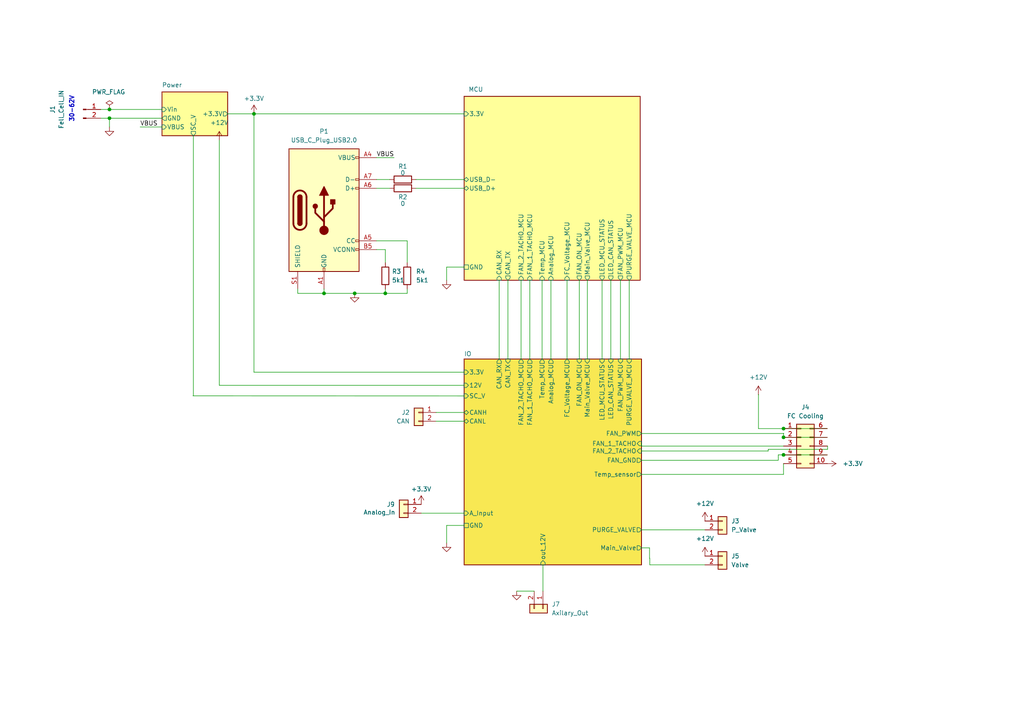
<source format=kicad_sch>
(kicad_sch (version 20230121) (generator eeschema)

  (uuid c9ad7189-d3b2-414a-9743-efd8e57cd755)

  (paper "A4")

  (title_block
    (title "Fuel Cell Control Unit  (FCCU)")
    (date "2024-01-24")
    (rev "1")
    (company "Hydrogreen Pollub")
  )

  (lib_symbols
    (symbol "Connector:Conn_01x02_Pin" (pin_names (offset 1.016) hide) (in_bom yes) (on_board yes)
      (property "Reference" "J" (at 0 2.54 0)
        (effects (font (size 1.27 1.27)))
      )
      (property "Value" "Conn_01x02_Pin" (at 0 -5.08 0)
        (effects (font (size 1.27 1.27)))
      )
      (property "Footprint" "" (at 0 0 0)
        (effects (font (size 1.27 1.27)) hide)
      )
      (property "Datasheet" "~" (at 0 0 0)
        (effects (font (size 1.27 1.27)) hide)
      )
      (property "ki_locked" "" (at 0 0 0)
        (effects (font (size 1.27 1.27)))
      )
      (property "ki_keywords" "connector" (at 0 0 0)
        (effects (font (size 1.27 1.27)) hide)
      )
      (property "ki_description" "Generic connector, single row, 01x02, script generated" (at 0 0 0)
        (effects (font (size 1.27 1.27)) hide)
      )
      (property "ki_fp_filters" "Connector*:*_1x??_*" (at 0 0 0)
        (effects (font (size 1.27 1.27)) hide)
      )
      (symbol "Conn_01x02_Pin_1_1"
        (polyline
          (pts
            (xy 1.27 -2.54)
            (xy 0.8636 -2.54)
          )
          (stroke (width 0.1524) (type default))
          (fill (type none))
        )
        (polyline
          (pts
            (xy 1.27 0)
            (xy 0.8636 0)
          )
          (stroke (width 0.1524) (type default))
          (fill (type none))
        )
        (rectangle (start 0.8636 -2.413) (end 0 -2.667)
          (stroke (width 0.1524) (type default))
          (fill (type outline))
        )
        (rectangle (start 0.8636 0.127) (end 0 -0.127)
          (stroke (width 0.1524) (type default))
          (fill (type outline))
        )
        (pin passive line (at 5.08 0 180) (length 3.81)
          (name "Pin_1" (effects (font (size 1.27 1.27))))
          (number "1" (effects (font (size 1.27 1.27))))
        )
        (pin passive line (at 5.08 -2.54 180) (length 3.81)
          (name "Pin_2" (effects (font (size 1.27 1.27))))
          (number "2" (effects (font (size 1.27 1.27))))
        )
      )
    )
    (symbol "Connector:USB_C_Plug_USB2.0" (pin_names (offset 1.016)) (in_bom yes) (on_board yes)
      (property "Reference" "P2" (at 0 22.86 0)
        (effects (font (size 1.27 1.27)))
      )
      (property "Value" "USB_C_Plug_USB2.0" (at 0 20.32 0)
        (effects (font (size 1.27 1.27)))
      )
      (property "Footprint" "" (at 3.81 0 0)
        (effects (font (size 1.27 1.27)) hide)
      )
      (property "Datasheet" "https://www.usb.org/sites/default/files/documents/usb_type-c.zip" (at 3.81 0 0)
        (effects (font (size 1.27 1.27)) hide)
      )
      (property "ki_keywords" "usb universal serial bus type-C USB2.0" (at 0 0 0)
        (effects (font (size 1.27 1.27)) hide)
      )
      (property "ki_description" "USB 2.0-only Type-C Plug connector" (at 0 0 0)
        (effects (font (size 1.27 1.27)) hide)
      )
      (property "ki_fp_filters" "USB*C*Plug*" (at 0 0 0)
        (effects (font (size 1.27 1.27)) hide)
      )
      (symbol "USB_C_Plug_USB2.0_0_0"
        (rectangle (start -0.254 -17.78) (end 0.254 -16.764)
          (stroke (width 0) (type default))
          (fill (type none))
        )
        (rectangle (start 10.16 -11.176) (end 9.144 -11.684)
          (stroke (width 0) (type default))
          (fill (type none))
        )
        (rectangle (start 10.16 -8.636) (end 9.144 -9.144)
          (stroke (width 0) (type default))
          (fill (type none))
        )
        (rectangle (start 10.16 6.604) (end 9.144 6.096)
          (stroke (width 0) (type default))
          (fill (type none))
        )
        (rectangle (start 10.16 9.144) (end 9.144 8.636)
          (stroke (width 0) (type default))
          (fill (type none))
        )
        (rectangle (start 10.16 15.494) (end 9.144 14.986)
          (stroke (width 0) (type default))
          (fill (type none))
        )
      )
      (symbol "USB_C_Plug_USB2.0_0_1"
        (rectangle (start -10.16 17.78) (end 10.16 -17.78)
          (stroke (width 0.254) (type default))
          (fill (type background))
        )
        (arc (start -8.89 -3.81) (mid -6.985 -5.7067) (end -5.08 -3.81)
          (stroke (width 0.508) (type default))
          (fill (type none))
        )
        (arc (start -7.62 -3.81) (mid -6.985 -4.4423) (end -6.35 -3.81)
          (stroke (width 0.254) (type default))
          (fill (type none))
        )
        (arc (start -7.62 -3.81) (mid -6.985 -4.4423) (end -6.35 -3.81)
          (stroke (width 0.254) (type default))
          (fill (type outline))
        )
        (rectangle (start -7.62 -3.81) (end -6.35 3.81)
          (stroke (width 0.254) (type default))
          (fill (type outline))
        )
        (arc (start -6.35 3.81) (mid -6.985 4.4423) (end -7.62 3.81)
          (stroke (width 0.254) (type default))
          (fill (type none))
        )
        (arc (start -6.35 3.81) (mid -6.985 4.4423) (end -7.62 3.81)
          (stroke (width 0.254) (type default))
          (fill (type outline))
        )
        (arc (start -5.08 3.81) (mid -6.985 5.7067) (end -8.89 3.81)
          (stroke (width 0.508) (type default))
          (fill (type none))
        )
        (circle (center -2.54 1.143) (radius 0.635)
          (stroke (width 0.254) (type default))
          (fill (type outline))
        )
        (circle (center 0 -5.842) (radius 1.27)
          (stroke (width 0) (type default))
          (fill (type outline))
        )
        (polyline
          (pts
            (xy -8.89 -3.81)
            (xy -8.89 3.81)
          )
          (stroke (width 0.508) (type default))
          (fill (type none))
        )
        (polyline
          (pts
            (xy -5.08 3.81)
            (xy -5.08 -3.81)
          )
          (stroke (width 0.508) (type default))
          (fill (type none))
        )
        (polyline
          (pts
            (xy 0 -5.842)
            (xy 0 4.318)
          )
          (stroke (width 0.508) (type default))
          (fill (type none))
        )
        (polyline
          (pts
            (xy 0 -3.302)
            (xy -2.54 -0.762)
            (xy -2.54 0.508)
          )
          (stroke (width 0.508) (type default))
          (fill (type none))
        )
        (polyline
          (pts
            (xy 0 -2.032)
            (xy 2.54 0.508)
            (xy 2.54 1.778)
          )
          (stroke (width 0.508) (type default))
          (fill (type none))
        )
        (polyline
          (pts
            (xy -1.27 4.318)
            (xy 0 6.858)
            (xy 1.27 4.318)
            (xy -1.27 4.318)
          )
          (stroke (width 0.254) (type default))
          (fill (type outline))
        )
        (rectangle (start 1.905 1.778) (end 3.175 3.048)
          (stroke (width 0.254) (type default))
          (fill (type outline))
        )
      )
      (symbol "USB_C_Plug_USB2.0_1_1"
        (pin passive line (at 0 -22.86 90) (length 5.08)
          (name "GND" (effects (font (size 1.27 1.27))))
          (number "A1" (effects (font (size 1.27 1.27))))
        )
        (pin passive line (at 0 -22.86 90) (length 5.08) hide
          (name "GND" (effects (font (size 1.27 1.27))))
          (number "A12" (effects (font (size 1.27 1.27))))
        )
        (pin passive line (at 15.24 15.24 180) (length 5.08)
          (name "VBUS" (effects (font (size 1.27 1.27))))
          (number "A4" (effects (font (size 1.27 1.27))))
        )
        (pin bidirectional line (at 15.24 -8.89 180) (length 5.08)
          (name "CC" (effects (font (size 1.27 1.27))))
          (number "A5" (effects (font (size 1.27 1.27))))
        )
        (pin bidirectional line (at 15.24 6.35 180) (length 5.08)
          (name "D+" (effects (font (size 1.27 1.27))))
          (number "A6" (effects (font (size 1.27 1.27))))
        )
        (pin bidirectional line (at 15.24 8.89 180) (length 5.08)
          (name "D-" (effects (font (size 1.27 1.27))))
          (number "A7" (effects (font (size 1.27 1.27))))
        )
        (pin passive line (at 15.24 15.24 180) (length 5.08) hide
          (name "VBUS" (effects (font (size 1.27 1.27))))
          (number "A9" (effects (font (size 1.27 1.27))))
        )
        (pin passive line (at 0 -22.86 90) (length 5.08) hide
          (name "GND" (effects (font (size 1.27 1.27))))
          (number "B1" (effects (font (size 1.27 1.27))))
        )
        (pin passive line (at 0 -22.86 90) (length 5.08) hide
          (name "GND" (effects (font (size 1.27 1.27))))
          (number "B12" (effects (font (size 1.27 1.27))))
        )
        (pin passive line (at 15.24 15.24 180) (length 5.08) hide
          (name "VBUS" (effects (font (size 1.27 1.27))))
          (number "B4" (effects (font (size 1.27 1.27))))
        )
        (pin bidirectional line (at 15.24 -11.43 180) (length 5.08)
          (name "VCONN" (effects (font (size 1.27 1.27))))
          (number "B5" (effects (font (size 1.27 1.27))))
        )
        (pin passive line (at 15.24 15.24 180) (length 5.08) hide
          (name "VBUS" (effects (font (size 1.27 1.27))))
          (number "B9" (effects (font (size 1.27 1.27))))
        )
        (pin passive line (at -7.62 -22.86 90) (length 5.08)
          (name "SHIELD" (effects (font (size 1.27 1.27))))
          (number "S1" (effects (font (size 1.27 1.27))))
        )
      )
    )
    (symbol "Connector_Generic:Conn_01x02" (pin_names (offset 1.016) hide) (in_bom yes) (on_board yes)
      (property "Reference" "J" (at 0 2.54 0)
        (effects (font (size 1.27 1.27)))
      )
      (property "Value" "Conn_01x02" (at 0 -5.08 0)
        (effects (font (size 1.27 1.27)))
      )
      (property "Footprint" "" (at 0 0 0)
        (effects (font (size 1.27 1.27)) hide)
      )
      (property "Datasheet" "~" (at 0 0 0)
        (effects (font (size 1.27 1.27)) hide)
      )
      (property "ki_keywords" "connector" (at 0 0 0)
        (effects (font (size 1.27 1.27)) hide)
      )
      (property "ki_description" "Generic connector, single row, 01x02, script generated (kicad-library-utils/schlib/autogen/connector/)" (at 0 0 0)
        (effects (font (size 1.27 1.27)) hide)
      )
      (property "ki_fp_filters" "Connector*:*_1x??_*" (at 0 0 0)
        (effects (font (size 1.27 1.27)) hide)
      )
      (symbol "Conn_01x02_1_1"
        (rectangle (start -1.27 -2.413) (end 0 -2.667)
          (stroke (width 0.1524) (type default))
          (fill (type none))
        )
        (rectangle (start -1.27 0.127) (end 0 -0.127)
          (stroke (width 0.1524) (type default))
          (fill (type none))
        )
        (rectangle (start -1.27 1.27) (end 1.27 -3.81)
          (stroke (width 0.254) (type default))
          (fill (type background))
        )
        (pin passive line (at -5.08 0 0) (length 3.81)
          (name "Pin_1" (effects (font (size 1.27 1.27))))
          (number "1" (effects (font (size 1.27 1.27))))
        )
        (pin passive line (at -5.08 -2.54 0) (length 3.81)
          (name "Pin_2" (effects (font (size 1.27 1.27))))
          (number "2" (effects (font (size 1.27 1.27))))
        )
      )
    )
    (symbol "Connector_Generic:Conn_02x05_Top_Bottom" (pin_names (offset 1.016) hide) (in_bom yes) (on_board yes)
      (property "Reference" "J" (at 1.27 7.62 0)
        (effects (font (size 1.27 1.27)))
      )
      (property "Value" "Conn_02x05_Top_Bottom" (at 1.27 -7.62 0)
        (effects (font (size 1.27 1.27)))
      )
      (property "Footprint" "" (at 0 0 0)
        (effects (font (size 1.27 1.27)) hide)
      )
      (property "Datasheet" "~" (at 0 0 0)
        (effects (font (size 1.27 1.27)) hide)
      )
      (property "ki_keywords" "connector" (at 0 0 0)
        (effects (font (size 1.27 1.27)) hide)
      )
      (property "ki_description" "Generic connector, double row, 02x05, top/bottom pin numbering scheme (row 1: 1...pins_per_row, row2: pins_per_row+1 ... num_pins), script generated (kicad-library-utils/schlib/autogen/connector/)" (at 0 0 0)
        (effects (font (size 1.27 1.27)) hide)
      )
      (property "ki_fp_filters" "Connector*:*_2x??_*" (at 0 0 0)
        (effects (font (size 1.27 1.27)) hide)
      )
      (symbol "Conn_02x05_Top_Bottom_1_1"
        (rectangle (start -1.27 -4.953) (end 0 -5.207)
          (stroke (width 0.1524) (type default))
          (fill (type none))
        )
        (rectangle (start -1.27 -2.413) (end 0 -2.667)
          (stroke (width 0.1524) (type default))
          (fill (type none))
        )
        (rectangle (start -1.27 0.127) (end 0 -0.127)
          (stroke (width 0.1524) (type default))
          (fill (type none))
        )
        (rectangle (start -1.27 2.667) (end 0 2.413)
          (stroke (width 0.1524) (type default))
          (fill (type none))
        )
        (rectangle (start -1.27 5.207) (end 0 4.953)
          (stroke (width 0.1524) (type default))
          (fill (type none))
        )
        (rectangle (start -1.27 6.35) (end 3.81 -6.35)
          (stroke (width 0.254) (type default))
          (fill (type background))
        )
        (rectangle (start 3.81 -4.953) (end 2.54 -5.207)
          (stroke (width 0.1524) (type default))
          (fill (type none))
        )
        (rectangle (start 3.81 -2.413) (end 2.54 -2.667)
          (stroke (width 0.1524) (type default))
          (fill (type none))
        )
        (rectangle (start 3.81 0.127) (end 2.54 -0.127)
          (stroke (width 0.1524) (type default))
          (fill (type none))
        )
        (rectangle (start 3.81 2.667) (end 2.54 2.413)
          (stroke (width 0.1524) (type default))
          (fill (type none))
        )
        (rectangle (start 3.81 5.207) (end 2.54 4.953)
          (stroke (width 0.1524) (type default))
          (fill (type none))
        )
        (pin passive line (at -5.08 5.08 0) (length 3.81)
          (name "Pin_1" (effects (font (size 1.27 1.27))))
          (number "1" (effects (font (size 1.27 1.27))))
        )
        (pin passive line (at 7.62 -5.08 180) (length 3.81)
          (name "Pin_10" (effects (font (size 1.27 1.27))))
          (number "10" (effects (font (size 1.27 1.27))))
        )
        (pin passive line (at -5.08 2.54 0) (length 3.81)
          (name "Pin_2" (effects (font (size 1.27 1.27))))
          (number "2" (effects (font (size 1.27 1.27))))
        )
        (pin passive line (at -5.08 0 0) (length 3.81)
          (name "Pin_3" (effects (font (size 1.27 1.27))))
          (number "3" (effects (font (size 1.27 1.27))))
        )
        (pin passive line (at -5.08 -2.54 0) (length 3.81)
          (name "Pin_4" (effects (font (size 1.27 1.27))))
          (number "4" (effects (font (size 1.27 1.27))))
        )
        (pin passive line (at -5.08 -5.08 0) (length 3.81)
          (name "Pin_5" (effects (font (size 1.27 1.27))))
          (number "5" (effects (font (size 1.27 1.27))))
        )
        (pin passive line (at 7.62 5.08 180) (length 3.81)
          (name "Pin_6" (effects (font (size 1.27 1.27))))
          (number "6" (effects (font (size 1.27 1.27))))
        )
        (pin passive line (at 7.62 2.54 180) (length 3.81)
          (name "Pin_7" (effects (font (size 1.27 1.27))))
          (number "7" (effects (font (size 1.27 1.27))))
        )
        (pin passive line (at 7.62 0 180) (length 3.81)
          (name "Pin_8" (effects (font (size 1.27 1.27))))
          (number "8" (effects (font (size 1.27 1.27))))
        )
        (pin passive line (at 7.62 -2.54 180) (length 3.81)
          (name "Pin_9" (effects (font (size 1.27 1.27))))
          (number "9" (effects (font (size 1.27 1.27))))
        )
      )
    )
    (symbol "Device:R" (pin_numbers hide) (pin_names (offset 0)) (in_bom yes) (on_board yes)
      (property "Reference" "R" (at 2.032 0 90)
        (effects (font (size 1.27 1.27)))
      )
      (property "Value" "R" (at 0 0 90)
        (effects (font (size 1.27 1.27)))
      )
      (property "Footprint" "" (at -1.778 0 90)
        (effects (font (size 1.27 1.27)) hide)
      )
      (property "Datasheet" "~" (at 0 0 0)
        (effects (font (size 1.27 1.27)) hide)
      )
      (property "ki_keywords" "R res resistor" (at 0 0 0)
        (effects (font (size 1.27 1.27)) hide)
      )
      (property "ki_description" "Resistor" (at 0 0 0)
        (effects (font (size 1.27 1.27)) hide)
      )
      (property "ki_fp_filters" "R_*" (at 0 0 0)
        (effects (font (size 1.27 1.27)) hide)
      )
      (symbol "R_0_1"
        (rectangle (start -1.016 -2.54) (end 1.016 2.54)
          (stroke (width 0.254) (type default))
          (fill (type none))
        )
      )
      (symbol "R_1_1"
        (pin passive line (at 0 3.81 270) (length 1.27)
          (name "~" (effects (font (size 1.27 1.27))))
          (number "1" (effects (font (size 1.27 1.27))))
        )
        (pin passive line (at 0 -3.81 90) (length 1.27)
          (name "~" (effects (font (size 1.27 1.27))))
          (number "2" (effects (font (size 1.27 1.27))))
        )
      )
    )
    (symbol "power:+12V" (power) (pin_names (offset 0)) (in_bom yes) (on_board yes)
      (property "Reference" "#PWR" (at 0 -3.81 0)
        (effects (font (size 1.27 1.27)) hide)
      )
      (property "Value" "+12V" (at 0 3.556 0)
        (effects (font (size 1.27 1.27)))
      )
      (property "Footprint" "" (at 0 0 0)
        (effects (font (size 1.27 1.27)) hide)
      )
      (property "Datasheet" "" (at 0 0 0)
        (effects (font (size 1.27 1.27)) hide)
      )
      (property "ki_keywords" "global power" (at 0 0 0)
        (effects (font (size 1.27 1.27)) hide)
      )
      (property "ki_description" "Power symbol creates a global label with name \"+12V\"" (at 0 0 0)
        (effects (font (size 1.27 1.27)) hide)
      )
      (symbol "+12V_0_1"
        (polyline
          (pts
            (xy -0.762 1.27)
            (xy 0 2.54)
          )
          (stroke (width 0) (type default))
          (fill (type none))
        )
        (polyline
          (pts
            (xy 0 0)
            (xy 0 2.54)
          )
          (stroke (width 0) (type default))
          (fill (type none))
        )
        (polyline
          (pts
            (xy 0 2.54)
            (xy 0.762 1.27)
          )
          (stroke (width 0) (type default))
          (fill (type none))
        )
      )
      (symbol "+12V_1_1"
        (pin power_in line (at 0 0 90) (length 0) hide
          (name "+12V" (effects (font (size 1.27 1.27))))
          (number "1" (effects (font (size 1.27 1.27))))
        )
      )
    )
    (symbol "power:+3.3V" (power) (pin_names (offset 0)) (in_bom yes) (on_board yes)
      (property "Reference" "#PWR" (at 0 -3.81 0)
        (effects (font (size 1.27 1.27)) hide)
      )
      (property "Value" "+3.3V" (at 0 3.556 0)
        (effects (font (size 1.27 1.27)))
      )
      (property "Footprint" "" (at 0 0 0)
        (effects (font (size 1.27 1.27)) hide)
      )
      (property "Datasheet" "" (at 0 0 0)
        (effects (font (size 1.27 1.27)) hide)
      )
      (property "ki_keywords" "global power" (at 0 0 0)
        (effects (font (size 1.27 1.27)) hide)
      )
      (property "ki_description" "Power symbol creates a global label with name \"+3.3V\"" (at 0 0 0)
        (effects (font (size 1.27 1.27)) hide)
      )
      (symbol "+3.3V_0_1"
        (polyline
          (pts
            (xy -0.762 1.27)
            (xy 0 2.54)
          )
          (stroke (width 0) (type default))
          (fill (type none))
        )
        (polyline
          (pts
            (xy 0 0)
            (xy 0 2.54)
          )
          (stroke (width 0) (type default))
          (fill (type none))
        )
        (polyline
          (pts
            (xy 0 2.54)
            (xy 0.762 1.27)
          )
          (stroke (width 0) (type default))
          (fill (type none))
        )
      )
      (symbol "+3.3V_1_1"
        (pin power_in line (at 0 0 90) (length 0) hide
          (name "+3.3V" (effects (font (size 1.27 1.27))))
          (number "1" (effects (font (size 1.27 1.27))))
        )
      )
    )
    (symbol "power:GND" (power) (pin_names (offset 0)) (in_bom yes) (on_board yes)
      (property "Reference" "#PWR" (at 0 -6.35 0)
        (effects (font (size 1.27 1.27)) hide)
      )
      (property "Value" "GND" (at 0 -3.81 0)
        (effects (font (size 1.27 1.27)))
      )
      (property "Footprint" "" (at 0 0 0)
        (effects (font (size 1.27 1.27)) hide)
      )
      (property "Datasheet" "" (at 0 0 0)
        (effects (font (size 1.27 1.27)) hide)
      )
      (property "ki_keywords" "global power" (at 0 0 0)
        (effects (font (size 1.27 1.27)) hide)
      )
      (property "ki_description" "Power symbol creates a global label with name \"GND\" , ground" (at 0 0 0)
        (effects (font (size 1.27 1.27)) hide)
      )
      (symbol "GND_0_1"
        (polyline
          (pts
            (xy 0 0)
            (xy 0 -1.27)
            (xy 1.27 -1.27)
            (xy 0 -2.54)
            (xy -1.27 -1.27)
            (xy 0 -1.27)
          )
          (stroke (width 0) (type default))
          (fill (type none))
        )
      )
      (symbol "GND_1_1"
        (pin power_in line (at 0 0 270) (length 0) hide
          (name "GND" (effects (font (size 1.27 1.27))))
          (number "1" (effects (font (size 1.27 1.27))))
        )
      )
    )
    (symbol "power:PWR_FLAG" (power) (pin_numbers hide) (pin_names (offset 0) hide) (in_bom yes) (on_board yes)
      (property "Reference" "#FLG" (at 0 1.905 0)
        (effects (font (size 1.27 1.27)) hide)
      )
      (property "Value" "PWR_FLAG" (at 0 3.81 0)
        (effects (font (size 1.27 1.27)))
      )
      (property "Footprint" "" (at 0 0 0)
        (effects (font (size 1.27 1.27)) hide)
      )
      (property "Datasheet" "~" (at 0 0 0)
        (effects (font (size 1.27 1.27)) hide)
      )
      (property "ki_keywords" "flag power" (at 0 0 0)
        (effects (font (size 1.27 1.27)) hide)
      )
      (property "ki_description" "Special symbol for telling ERC where power comes from" (at 0 0 0)
        (effects (font (size 1.27 1.27)) hide)
      )
      (symbol "PWR_FLAG_0_0"
        (pin power_out line (at 0 0 90) (length 0)
          (name "pwr" (effects (font (size 1.27 1.27))))
          (number "1" (effects (font (size 1.27 1.27))))
        )
      )
      (symbol "PWR_FLAG_0_1"
        (polyline
          (pts
            (xy 0 0)
            (xy 0 1.27)
            (xy -1.016 1.905)
            (xy 0 2.54)
            (xy 1.016 1.905)
            (xy 0 1.27)
          )
          (stroke (width 0) (type default))
          (fill (type none))
        )
      )
    )
  )

  (junction (at 227.2538 126.8476) (diameter 0) (color 0 0 0 0)
    (uuid 1d644e1a-ac78-4d0b-ae34-36ed60e27641)
  )
  (junction (at 31.75 34.29) (diameter 0) (color 0 0 0 0)
    (uuid 1fe2e4c0-8ac2-4653-9067-dfaa10daaa07)
  )
  (junction (at 102.87 85.09) (diameter 0) (color 0 0 0 0)
    (uuid 2318c85a-4716-451a-897b-48d89006014c)
  )
  (junction (at 227.2538 124.3076) (diameter 0) (color 0 0 0 0)
    (uuid 58208a9c-b27a-4ff7-b894-aa04ab998787)
  )
  (junction (at 227.2538 131.9276) (diameter 0) (color 0 0 0 0)
    (uuid 777b6135-19c3-4595-b4f7-58165b79a60b)
  )
  (junction (at 93.98 85.09) (diameter 0) (color 0 0 0 0)
    (uuid 9bc4e184-de5d-4273-9eda-1f8d1021f5b1)
  )
  (junction (at 31.75 31.75) (diameter 0) (color 0 0 0 0)
    (uuid af89a8a5-b500-4a9f-82b3-c3687690212b)
  )
  (junction (at 73.66 33.02) (diameter 0) (color 0 0 0 0)
    (uuid c0cfeab6-deba-4a8b-84bd-49c5c34ddd13)
  )
  (junction (at 111.76 85.09) (diameter 0) (color 0 0 0 0)
    (uuid d9f64f6c-4daf-4316-a1de-9145aae13123)
  )

  (wire (pts (xy 111.76 72.39) (xy 111.76 76.2))
    (stroke (width 0) (type default))
    (uuid 00c997d8-a960-4430-ae6d-d5e68fced719)
  )
  (wire (pts (xy 227.2538 137.5918) (xy 227.2538 134.4676))
    (stroke (width 0) (type default))
    (uuid 054ee035-ecb7-4214-96c5-600b5254b89c)
  )
  (wire (pts (xy 186.055 137.5918) (xy 227.2538 137.5918))
    (stroke (width 0) (type default))
    (uuid 097688a4-92f1-4efd-82f2-97a2e7439ada)
  )
  (wire (pts (xy 227.3046 125.7508) (xy 227.3046 125.73))
    (stroke (width 0) (type default))
    (uuid 0e9d9cce-8320-4557-b945-9fa8a8ba5bb9)
  )
  (wire (pts (xy 29.21 31.75) (xy 31.75 31.75))
    (stroke (width 0) (type default))
    (uuid 0f3ce85e-be52-4c6d-a478-808c1f972b7c)
  )
  (wire (pts (xy 102.87 85.09) (xy 111.76 85.09))
    (stroke (width 0) (type default))
    (uuid 110b04c6-0d5d-488c-8483-6498b626d05e)
  )
  (wire (pts (xy 31.75 34.29) (xy 46.99 34.29))
    (stroke (width 0) (type default))
    (uuid 1357a03c-4278-47ee-87d3-d3e81aa2e5d2)
  )
  (wire (pts (xy 109.22 52.07) (xy 113.03 52.07))
    (stroke (width 0) (type default))
    (uuid 17317579-6caa-4573-a753-93af52d27bdd)
  )
  (wire (pts (xy 153.67 81.28) (xy 153.67 104.14))
    (stroke (width 0) (type default))
    (uuid 1cb5bb15-666c-4f30-9e34-179312ebf04d)
  )
  (wire (pts (xy 157.48 163.83) (xy 157.48 171.45))
    (stroke (width 0) (type default))
    (uuid 2338eee3-ca12-41b3-9288-992ba4511c0f)
  )
  (wire (pts (xy 102.87 85.09) (xy 93.98 85.09))
    (stroke (width 0) (type default))
    (uuid 23d76f12-2c90-4152-bb64-a0661dff4fc8)
  )
  (wire (pts (xy 188.468 163.83) (xy 204.47 163.83))
    (stroke (width 0) (type default))
    (uuid 250f4dff-bcb3-4965-9b0e-4a16d87bd78c)
  )
  (wire (pts (xy 56.007 114.7826) (xy 56.007 114.808))
    (stroke (width 0) (type default))
    (uuid 27fec2d1-3e7c-437f-82ff-137b27b1e70d)
  )
  (wire (pts (xy 225.7298 131.9276) (xy 227.2538 131.9276))
    (stroke (width 0) (type default))
    (uuid 28935b21-fe16-40c0-9bbf-fc5afa178295)
  )
  (wire (pts (xy 63.6016 40.6654) (xy 63.6016 111.76))
    (stroke (width 0) (type default))
    (uuid 28f74788-2286-432f-8fc6-ab83df2454b5)
  )
  (wire (pts (xy 219.9894 114.4876) (xy 219.964 114.4876))
    (stroke (width 0) (type default))
    (uuid 2ad1959f-2bba-44df-bab6-1797064b884a)
  )
  (wire (pts (xy 227.2538 125.7508) (xy 227.3046 125.7508))
    (stroke (width 0) (type default))
    (uuid 2c814fb5-6e60-429f-9c0c-c043ff971c45)
  )
  (wire (pts (xy 179.959 81.28) (xy 179.959 104.14))
    (stroke (width 0) (type default))
    (uuid 2c984532-9314-4518-b25a-4748da0552bd)
  )
  (wire (pts (xy 177.165 81.28) (xy 177.165 104.14))
    (stroke (width 0) (type default))
    (uuid 2cd3fc5f-1a5c-4a66-9090-832301e87d18)
  )
  (wire (pts (xy 186.055 158.9024) (xy 188.3918 158.9024))
    (stroke (width 0) (type default))
    (uuid 2de2d5b3-4122-4efe-bf57-db9dd0271492)
  )
  (wire (pts (xy 144.78 81.28) (xy 144.78 104.14))
    (stroke (width 0) (type default))
    (uuid 2f5fa27d-e81c-471f-9a80-beaea80ff2a3)
  )
  (wire (pts (xy 126.492 119.634) (xy 134.62 119.634))
    (stroke (width 0) (type default))
    (uuid 30976a41-83d4-48b6-b7f1-8f9dd59cd930)
  )
  (wire (pts (xy 186.1058 129.3876) (xy 186.1058 128.651))
    (stroke (width 0) (type default))
    (uuid 33328c57-4d81-40d4-be11-dad2c4f4bacc)
  )
  (wire (pts (xy 188.468 161.8996) (xy 188.468 163.83))
    (stroke (width 0) (type default))
    (uuid 37f4ecd8-8cbd-4a9d-a4ba-1f4b4b203208)
  )
  (wire (pts (xy 111.76 85.09) (xy 118.11 85.09))
    (stroke (width 0) (type default))
    (uuid 3b8ccb92-873f-4c71-bfa2-10d46176fafa)
  )
  (wire (pts (xy 240.03 129.3876) (xy 239.9538 129.3876))
    (stroke (width 0) (type default))
    (uuid 46fe4573-d5cc-4d2c-96d8-ce4db435c253)
  )
  (wire (pts (xy 56.007 114.808) (xy 134.62 114.8334))
    (stroke (width 0) (type default))
    (uuid 4d0a4a40-0aac-41e2-ae6b-5f6ebe48aef0)
  )
  (wire (pts (xy 73.66 107.95) (xy 134.62 107.95))
    (stroke (width 0) (type default))
    (uuid 5221e265-3c59-45a7-996b-3025d71eaeaa)
  )
  (wire (pts (xy 227.2538 131.9276) (xy 239.9538 131.9276))
    (stroke (width 0) (type default))
    (uuid 54a4c3c4-3435-4abb-a410-25b527f18e69)
  )
  (wire (pts (xy 188.3918 161.8996) (xy 188.468 161.8996))
    (stroke (width 0) (type default))
    (uuid 552f3064-bc97-4a11-9ec4-a352cede8740)
  )
  (wire (pts (xy 86.36 85.09) (xy 93.98 85.09))
    (stroke (width 0) (type default))
    (uuid 566a1440-3d1f-4e46-a3fa-8950e435b3ed)
  )
  (wire (pts (xy 227.2538 129.3876) (xy 186.1058 129.3876))
    (stroke (width 0) (type default))
    (uuid 5779ccb8-560a-4844-a8f3-ee8f1614f8c6)
  )
  (wire (pts (xy 225.7298 133.5024) (xy 225.7298 131.9276))
    (stroke (width 0) (type default))
    (uuid 577c23f5-0460-4fa7-9715-ceb8e7c22085)
  )
  (wire (pts (xy 129.54 77.47) (xy 129.54 81.28))
    (stroke (width 0) (type default))
    (uuid 57fc15f1-fdff-47fa-a4bf-b417ddea044f)
  )
  (wire (pts (xy 170.3578 81.28) (xy 170.3578 104.1146))
    (stroke (width 0) (type default))
    (uuid 6117e499-f6f9-4658-8089-30cb831c63cd)
  )
  (wire (pts (xy 147.32 81.28) (xy 147.32 104.14))
    (stroke (width 0) (type default))
    (uuid 6217afbd-633b-4ec7-b8f6-de1cc58d1ea8)
  )
  (wire (pts (xy 118.11 85.09) (xy 118.11 83.82))
    (stroke (width 0) (type default))
    (uuid 64ed2622-fbf1-46ea-af25-7cf4e76b1ad5)
  )
  (wire (pts (xy 151.13 81.28) (xy 151.13 104.14))
    (stroke (width 0) (type default))
    (uuid 6ccc5d9b-2612-4fbe-9c95-be848720a8dd)
  )
  (wire (pts (xy 188.3918 158.9024) (xy 188.3918 161.8996))
    (stroke (width 0) (type default))
    (uuid 6ce03ee0-6c53-401b-9edc-10a077fff89f)
  )
  (wire (pts (xy 63.6016 111.76) (xy 134.62 111.76))
    (stroke (width 0) (type default))
    (uuid 72ee76b7-ffdd-4060-933c-bc0a8600e734)
  )
  (wire (pts (xy 29.21 34.29) (xy 31.75 34.29))
    (stroke (width 0) (type default))
    (uuid 75099068-727b-485d-8e05-acb5a665e4ca)
  )
  (wire (pts (xy 227.2538 126.8476) (xy 227.2538 125.7508))
    (stroke (width 0) (type default))
    (uuid 7be47549-17f4-4881-bc80-7fc303c7aad2)
  )
  (wire (pts (xy 170.3324 104.1146) (xy 170.3324 104.14))
    (stroke (width 0) (type default))
    (uuid 847adafa-cae1-4de2-bfc3-2cd86b0c335d)
  )
  (wire (pts (xy 174.625 81.28) (xy 174.625 104.14))
    (stroke (width 0) (type default))
    (uuid 889cb923-796d-4107-a6cd-75aecdbbf04c)
  )
  (wire (pts (xy 227.2538 124.3076) (xy 219.9894 124.3076))
    (stroke (width 0) (type default))
    (uuid 8c237beb-db00-4e11-8ef7-e35dd1317133)
  )
  (wire (pts (xy 73.66 33.02) (xy 134.62 33.02))
    (stroke (width 0) (type default))
    (uuid 94bd0556-0b3a-4d2a-a1f5-55fcca247f8e)
  )
  (wire (pts (xy 109.22 69.85) (xy 118.11 69.85))
    (stroke (width 0) (type default))
    (uuid 960c40e5-a133-4e40-9c58-e6c1dd152b82)
  )
  (wire (pts (xy 109.22 72.39) (xy 111.76 72.39))
    (stroke (width 0) (type default))
    (uuid 96f7478e-b231-4d0a-aabc-a6d337cfb9d3)
  )
  (wire (pts (xy 157.226 81.28) (xy 157.226 104.14))
    (stroke (width 0) (type default))
    (uuid 9b7be0ec-27be-468c-a8c3-7a5281bc8ab9)
  )
  (wire (pts (xy 122.174 148.844) (xy 134.62 148.844))
    (stroke (width 0) (type default))
    (uuid a1eb3659-1922-43c1-a6e1-115a10cca8c1)
  )
  (wire (pts (xy 159.7914 81.28) (xy 159.7914 104.14))
    (stroke (width 0) (type default))
    (uuid a6a11f1e-a243-4909-a174-106a8d7dd1f1)
  )
  (wire (pts (xy 168.021 81.28) (xy 168.021 104.14))
    (stroke (width 0) (type default))
    (uuid a6d7adf3-f46a-4b27-8430-bd51f0a79cbb)
  )
  (wire (pts (xy 149.86 171.45) (xy 154.94 171.45))
    (stroke (width 0) (type default))
    (uuid a750840c-7543-448a-85a7-90103bd8d1b9)
  )
  (wire (pts (xy 126.492 122.174) (xy 134.62 122.174))
    (stroke (width 0) (type default))
    (uuid a92e80eb-3cd5-42ec-81f4-9c676a2c2e66)
  )
  (wire (pts (xy 66.04 33.02) (xy 73.66 33.02))
    (stroke (width 0) (type default))
    (uuid a9cbf92c-8b51-4e94-98ef-b9d626a1d212)
  )
  (wire (pts (xy 40.64 36.83) (xy 46.99 36.83))
    (stroke (width 0) (type default))
    (uuid b2396121-385e-4814-9065-1c6e653dd722)
  )
  (wire (pts (xy 240.03 130.3274) (xy 240.03 129.3876))
    (stroke (width 0) (type default))
    (uuid b2c7ffb5-45c3-499c-aae2-b312717296f0)
  )
  (wire (pts (xy 227.2538 126.8476) (xy 239.9538 126.8476))
    (stroke (width 0) (type default))
    (uuid bdfe66ac-337b-43d0-8afa-6102fa948a70)
  )
  (wire (pts (xy 73.66 33.02) (xy 73.66 107.95))
    (stroke (width 0) (type default))
    (uuid be4c4a0a-2c6d-4305-8777-fe3743a40156)
  )
  (wire (pts (xy 31.75 34.29) (xy 31.75 36.83))
    (stroke (width 0) (type default))
    (uuid c0cbb355-65ae-4121-a179-a9fed1451c73)
  )
  (wire (pts (xy 186.055 153.67) (xy 204.47 153.67))
    (stroke (width 0) (type default))
    (uuid c2b70ac0-676b-4abd-bfc3-2c7e06f36570)
  )
  (wire (pts (xy 219.9894 114.4876) (xy 219.9894 124.3076))
    (stroke (width 0) (type default))
    (uuid c7a15a68-0a7e-40d6-86b2-4fce612d50ba)
  )
  (wire (pts (xy 227.3046 125.73) (xy 186.055 125.73))
    (stroke (width 0) (type default))
    (uuid cb268183-8038-49f8-bc08-a5f5b5a115a3)
  )
  (wire (pts (xy 134.62 152.4) (xy 129.54 152.4))
    (stroke (width 0) (type default))
    (uuid cf9cdb3b-abaf-4503-8a85-f896ed78d31d)
  )
  (wire (pts (xy 186.055 130.81) (xy 222.8088 130.81))
    (stroke (width 0) (type default))
    (uuid d24618b6-ade4-46bc-ac2a-f66e6fc163b3)
  )
  (wire (pts (xy 222.8088 130.3274) (xy 240.03 130.3274))
    (stroke (width 0) (type default))
    (uuid d528d0d2-8f0a-45d8-b364-1c715d41e8e2)
  )
  (wire (pts (xy 56.007 114.7826) (xy 56.0832 114.7826))
    (stroke (width 0) (type default))
    (uuid d63f8402-426c-4488-8ee4-9e2b6547cba7)
  )
  (wire (pts (xy 120.65 52.07) (xy 134.62 52.07))
    (stroke (width 0) (type default))
    (uuid d9f3ebc8-b0dd-43f7-8810-e08d95430274)
  )
  (wire (pts (xy 222.8088 130.81) (xy 222.8088 130.3274))
    (stroke (width 0) (type default))
    (uuid ddccea19-49bf-4bf8-8963-cfe78c64dd24)
  )
  (wire (pts (xy 86.36 85.09) (xy 86.36 83.82))
    (stroke (width 0) (type default))
    (uuid df5a3b3a-40fa-4305-85ce-d2e8ce6cd997)
  )
  (wire (pts (xy 134.62 77.47) (xy 129.54 77.47))
    (stroke (width 0) (type default))
    (uuid e0646903-e119-479a-bd6c-9b274a182016)
  )
  (wire (pts (xy 219.964 114.4876) (xy 219.964 114.5))
    (stroke (width 0) (type default))
    (uuid e2124edb-7d28-4c5b-b583-fcb1e8332c55)
  )
  (wire (pts (xy 186.055 133.5024) (xy 225.7298 133.5024))
    (stroke (width 0) (type default))
    (uuid e497ce16-9c17-4e58-bbee-a01c086aba8e)
  )
  (wire (pts (xy 56.0832 114.7826) (xy 56.0832 39.37))
    (stroke (width 0) (type default))
    (uuid e6dfb960-b385-42f6-9a0a-4dd394837e93)
  )
  (wire (pts (xy 120.65 54.61) (xy 134.62 54.61))
    (stroke (width 0) (type default))
    (uuid e7ad9aa9-4a89-4e30-a9c6-f45983d69fed)
  )
  (wire (pts (xy 182.499 81.28) (xy 182.499 104.14))
    (stroke (width 0) (type default))
    (uuid ec1efbd8-0a8c-44bd-8129-656a503a63af)
  )
  (wire (pts (xy 31.75 31.75) (xy 46.99 31.75))
    (stroke (width 0) (type default))
    (uuid edd8887e-a58b-4512-b434-5316b4cbaf2b)
  )
  (wire (pts (xy 114.3 45.72) (xy 109.22 45.72))
    (stroke (width 0) (type default))
    (uuid ee35f1d2-6c85-4948-8273-55bcfafe478f)
  )
  (wire (pts (xy 170.3324 104.1146) (xy 170.3578 104.1146))
    (stroke (width 0) (type default))
    (uuid ef43837a-a132-4b16-bfd4-1df844414637)
  )
  (wire (pts (xy 129.54 152.4) (xy 129.54 157.48))
    (stroke (width 0) (type default))
    (uuid f31c6fbf-cb63-4d11-a0e5-39b98a889fbe)
  )
  (wire (pts (xy 227.2538 124.3076) (xy 239.9538 124.3076))
    (stroke (width 0) (type default))
    (uuid f4f27c14-7fd7-4f80-9743-b64b669e1096)
  )
  (wire (pts (xy 109.22 54.61) (xy 113.03 54.61))
    (stroke (width 0) (type default))
    (uuid f653f8f6-2ea3-4da8-b358-4c5fa2c535bc)
  )
  (wire (pts (xy 93.98 85.09) (xy 93.98 83.82))
    (stroke (width 0) (type default))
    (uuid f91470d3-a33e-4761-ae92-3a213075dfcc)
  )
  (wire (pts (xy 164.465 81.28) (xy 164.465 104.14))
    (stroke (width 0) (type default))
    (uuid fa500a41-1a60-41e7-95fc-1f60843fd0fe)
  )
  (wire (pts (xy 118.11 69.85) (xy 118.11 76.2))
    (stroke (width 0) (type default))
    (uuid fa76d7bf-b125-40f1-be57-278b51453ba3)
  )
  (wire (pts (xy 111.76 83.82) (xy 111.76 85.09))
    (stroke (width 0) (type default))
    (uuid fb36ee46-1022-48c0-a518-e13bcb1700f9)
  )
  (wire (pts (xy 186.1058 128.651) (xy 186.055 128.651))
    (stroke (width 0) (type default))
    (uuid ffd32951-978a-4bb0-a843-006c14d9e521)
  )

  (text "30-62V" (at 21.59 35.56 90)
    (effects (font (size 1.27 1.27) (thickness 0.254) bold) (justify left bottom))
    (uuid 85c8e60b-1ce3-40b5-8871-60ef7f537a98)
  )

  (label "VBUS" (at 40.64 36.83 0) (fields_autoplaced)
    (effects (font (size 1.27 1.27)) (justify left bottom))
    (uuid 759167bd-141b-420a-be6f-4c1f626f3f23)
  )
  (label "VBUS" (at 114.3 45.72 180) (fields_autoplaced)
    (effects (font (size 1.27 1.27)) (justify right bottom))
    (uuid c6535b10-3b7f-4b41-820e-5f543ffe45fe)
  )

  (symbol (lib_id "power:GND") (at 129.54 157.48 0) (unit 1)
    (in_bom yes) (on_board yes) (dnp no) (fields_autoplaced)
    (uuid 053dec0c-b105-451c-993e-c4a609fda9f6)
    (property "Reference" "#PWR04" (at 129.54 163.83 0)
      (effects (font (size 1.27 1.27)) hide)
    )
    (property "Value" "GND" (at 129.54 162.56 0)
      (effects (font (size 1.27 1.27)) hide)
    )
    (property "Footprint" "" (at 129.54 157.48 0)
      (effects (font (size 1.27 1.27)) hide)
    )
    (property "Datasheet" "" (at 129.54 157.48 0)
      (effects (font (size 1.27 1.27)) hide)
    )
    (pin "1" (uuid 2506976e-dff9-45cc-9d03-629dcbf681e9))
    (instances
      (project "schematic-main"
        (path "/c9ad7189-d3b2-414a-9743-efd8e57cd755"
          (reference "#PWR04") (unit 1)
        )
      )
    )
  )

  (symbol (lib_id "power:+12V") (at 219.964 114.5 0) (unit 1)
    (in_bom yes) (on_board yes) (dnp no)
    (uuid 086bd0a4-df7f-4da7-b51f-750d050d788d)
    (property "Reference" "#PWR055" (at 219.964 118.31 0)
      (effects (font (size 1.27 1.27)) hide)
    )
    (property "Value" "+12V" (at 219.964 109.42 0)
      (effects (font (size 1.27 1.27)))
    )
    (property "Footprint" "" (at 219.964 114.5 0)
      (effects (font (size 1.27 1.27)) hide)
    )
    (property "Datasheet" "" (at 219.964 114.5 0)
      (effects (font (size 1.27 1.27)) hide)
    )
    (pin "1" (uuid b4ac439d-dffa-42c9-b172-604c030d6084))
    (instances
      (project "schematic-main"
        (path "/c9ad7189-d3b2-414a-9743-efd8e57cd755"
          (reference "#PWR055") (unit 1)
        )
      )
    )
  )

  (symbol (lib_id "Connector_Generic:Conn_01x02") (at 117.094 146.304 0) (mirror y) (unit 1)
    (in_bom yes) (on_board yes) (dnp no)
    (uuid 22fdcb9e-b03b-4bfa-a37e-fd9f476b3c5d)
    (property "Reference" "J9" (at 114.554 146.304 0)
      (effects (font (size 1.27 1.27)) (justify left))
    )
    (property "Value" "Analog_In" (at 114.681 148.59 0)
      (effects (font (size 1.27 1.27)) (justify left))
    )
    (property "Footprint" "Connector_Molex:Molex_Mini-Fit_Jr_5569-02A2_2x01_P4.20mm_Horizontal" (at 117.094 146.304 0)
      (effects (font (size 1.27 1.27)) hide)
    )
    (property "Datasheet" "~" (at 117.094 146.304 0)
      (effects (font (size 1.27 1.27)) hide)
    )
    (pin "1" (uuid ffacdd58-9570-444d-b33a-ba4979d61162))
    (pin "2" (uuid 86079830-6e93-46d1-bec2-5e476c8f84fa))
    (instances
      (project "schematic-main"
        (path "/c9ad7189-d3b2-414a-9743-efd8e57cd755"
          (reference "J9") (unit 1)
        )
      )
    )
  )

  (symbol (lib_id "Connector:USB_C_Plug_USB2.0") (at 93.98 60.96 0) (unit 1)
    (in_bom yes) (on_board yes) (dnp no) (fields_autoplaced)
    (uuid 232b8fc5-bef1-48bb-8b9f-36c95c2fbc42)
    (property "Reference" "P1" (at 93.98 38.1 0)
      (effects (font (size 1.27 1.27)))
    )
    (property "Value" "USB_C_Plug_USB2.0" (at 93.98 40.64 0)
      (effects (font (size 1.27 1.27)))
    )
    (property "Footprint" "library:2169900002" (at 97.79 60.96 0)
      (effects (font (size 1.27 1.27)) hide)
    )
    (property "Datasheet" "https://www.usb.org/sites/default/files/documents/usb_type-c.zip" (at 97.79 60.96 0)
      (effects (font (size 1.27 1.27)) hide)
    )
    (pin "A1" (uuid 7bcf6a96-1a69-488c-b33c-5f31fc2980c8))
    (pin "A12" (uuid 2002e3e3-c64f-4413-8ec8-3e609c24b166))
    (pin "A4" (uuid aef117dc-6f54-4291-855d-1378c59ab027))
    (pin "A5" (uuid 7e551f2b-866e-47cf-aeb8-bfa4971a4334))
    (pin "A6" (uuid d011eee5-8b66-4756-9ef3-da1daf3b2e27))
    (pin "A7" (uuid e74888eb-f6cd-470b-809b-922e050c1d0b))
    (pin "A9" (uuid 73b9f62e-d51f-4831-ba74-0a5ca2dd6a11))
    (pin "B1" (uuid 7e1e1c85-293f-4b6d-9e94-1cd831bd6dbd))
    (pin "B12" (uuid a3b2bd0a-d3e6-4df7-a31c-179c1ca39c0d))
    (pin "B4" (uuid 61ea287d-0fcf-4fdf-97f6-9e7cf26e7a98))
    (pin "B5" (uuid af48a1bf-0d77-4793-afc2-e4877220e68c))
    (pin "B9" (uuid bbfb4916-2c71-49d0-a6d3-dc9ad8b5408d))
    (pin "S1" (uuid 72560fbe-7ac3-47a4-a986-32b0f7b9bc48))
    (instances
      (project "schematic-main"
        (path "/c9ad7189-d3b2-414a-9743-efd8e57cd755"
          (reference "P1") (unit 1)
        )
        (path "/c9ad7189-d3b2-414a-9743-efd8e57cd755/f92f58ec-64e0-437c-bc00-8ae46a3b3054"
          (reference "P1") (unit 1)
        )
      )
    )
  )

  (symbol (lib_id "power:GND") (at 149.86 171.45 0) (unit 1)
    (in_bom yes) (on_board yes) (dnp no) (fields_autoplaced)
    (uuid 391103db-32f3-405b-af11-c43562ddd1bf)
    (property "Reference" "#PWR067" (at 149.86 177.8 0)
      (effects (font (size 1.27 1.27)) hide)
    )
    (property "Value" "GND" (at 149.86 176.53 0)
      (effects (font (size 1.27 1.27)) hide)
    )
    (property "Footprint" "" (at 149.86 171.45 0)
      (effects (font (size 1.27 1.27)) hide)
    )
    (property "Datasheet" "" (at 149.86 171.45 0)
      (effects (font (size 1.27 1.27)) hide)
    )
    (pin "1" (uuid 4fad49db-31c3-4e3f-9cf8-10437bad482c))
    (instances
      (project "schematic-main"
        (path "/c9ad7189-d3b2-414a-9743-efd8e57cd755"
          (reference "#PWR067") (unit 1)
        )
      )
    )
  )

  (symbol (lib_id "power:+3.3V") (at 239.9538 134.4676 270) (unit 1)
    (in_bom yes) (on_board yes) (dnp no) (fields_autoplaced)
    (uuid 4b652c75-6208-40fa-8bbc-740435bd605e)
    (property "Reference" "#PWR028" (at 236.1438 134.4676 0)
      (effects (font (size 1.27 1.27)) hide)
    )
    (property "Value" "+3.3V" (at 244.3734 134.4676 90)
      (effects (font (size 1.27 1.27)) (justify left))
    )
    (property "Footprint" "" (at 239.9538 134.4676 0)
      (effects (font (size 1.27 1.27)) hide)
    )
    (property "Datasheet" "" (at 239.9538 134.4676 0)
      (effects (font (size 1.27 1.27)) hide)
    )
    (pin "1" (uuid 9e50b2b1-7821-4da7-956b-c04640c58cd5))
    (instances
      (project "schematic-main"
        (path "/c9ad7189-d3b2-414a-9743-efd8e57cd755"
          (reference "#PWR028") (unit 1)
        )
      )
    )
  )

  (symbol (lib_id "power:+12V") (at 63.6016 40.6654 0) (unit 1)
    (in_bom yes) (on_board yes) (dnp no) (fields_autoplaced)
    (uuid 5358b0f3-990d-482c-b4c6-a288b39eec16)
    (property "Reference" "#PWR070" (at 63.6016 44.4754 0)
      (effects (font (size 1.27 1.27)) hide)
    )
    (property "Value" "+12V" (at 63.6016 35.5854 0)
      (effects (font (size 1.27 1.27)))
    )
    (property "Footprint" "" (at 63.6016 40.6654 0)
      (effects (font (size 1.27 1.27)) hide)
    )
    (property "Datasheet" "" (at 63.6016 40.6654 0)
      (effects (font (size 1.27 1.27)) hide)
    )
    (pin "1" (uuid bace0534-9c2b-402d-95c5-48dc9a50d238))
    (instances
      (project "schematic-main"
        (path "/c9ad7189-d3b2-414a-9743-efd8e57cd755"
          (reference "#PWR070") (unit 1)
        )
      )
    )
  )

  (symbol (lib_id "Device:R") (at 116.84 54.61 90) (unit 1)
    (in_bom yes) (on_board yes) (dnp no)
    (uuid 68062463-4695-4310-81d7-7f7aad5c48e8)
    (property "Reference" "R2" (at 116.84 57.15 90)
      (effects (font (size 1.27 1.27)))
    )
    (property "Value" "0" (at 116.84 59.055 90)
      (effects (font (size 1.27 1.27)))
    )
    (property "Footprint" "Resistor_SMD:R_1206_3216Metric" (at 116.84 56.388 90)
      (effects (font (size 1.27 1.27)) hide)
    )
    (property "Datasheet" "~" (at 116.84 54.61 0)
      (effects (font (size 1.27 1.27)) hide)
    )
    (pin "1" (uuid 602bd34d-f50a-4ca4-8831-17aa99240b0c))
    (pin "2" (uuid 6c55070a-1972-4afb-bb8b-954432c12b7b))
    (instances
      (project "schematic-main"
        (path "/c9ad7189-d3b2-414a-9743-efd8e57cd755"
          (reference "R2") (unit 1)
        )
        (path "/c9ad7189-d3b2-414a-9743-efd8e57cd755/f92f58ec-64e0-437c-bc00-8ae46a3b3054"
          (reference "R21") (unit 1)
        )
      )
    )
  )

  (symbol (lib_id "power:+12V") (at 204.47 161.29 0) (unit 1)
    (in_bom yes) (on_board yes) (dnp no)
    (uuid 71a6a030-af2c-4793-8746-8201ab9ed17d)
    (property "Reference" "#PWR065" (at 204.47 165.1 0)
      (effects (font (size 1.27 1.27)) hide)
    )
    (property "Value" "+12V" (at 204.47 156.21 0)
      (effects (font (size 1.27 1.27)))
    )
    (property "Footprint" "" (at 204.47 161.29 0)
      (effects (font (size 1.27 1.27)) hide)
    )
    (property "Datasheet" "" (at 204.47 161.29 0)
      (effects (font (size 1.27 1.27)) hide)
    )
    (pin "1" (uuid b4c596b2-f710-4c78-9590-8b4d15957fdf))
    (instances
      (project "schematic-main"
        (path "/c9ad7189-d3b2-414a-9743-efd8e57cd755"
          (reference "#PWR065") (unit 1)
        )
      )
    )
  )

  (symbol (lib_id "power:+3.3V") (at 73.66 33.02 0) (unit 1)
    (in_bom yes) (on_board yes) (dnp no) (fields_autoplaced)
    (uuid 7add4e27-d05f-4d8d-94e8-05a19442d491)
    (property "Reference" "#PWR068" (at 73.66 36.83 0)
      (effects (font (size 1.27 1.27)) hide)
    )
    (property "Value" "+3.3V" (at 73.66 28.575 0)
      (effects (font (size 1.27 1.27)))
    )
    (property "Footprint" "" (at 73.66 33.02 0)
      (effects (font (size 1.27 1.27)) hide)
    )
    (property "Datasheet" "" (at 73.66 33.02 0)
      (effects (font (size 1.27 1.27)) hide)
    )
    (pin "1" (uuid 4fc677b3-9a90-45d2-8b86-d39aaed92778))
    (instances
      (project "schematic-main"
        (path "/c9ad7189-d3b2-414a-9743-efd8e57cd755"
          (reference "#PWR068") (unit 1)
        )
      )
    )
  )

  (symbol (lib_id "Connector_Generic:Conn_01x02") (at 121.412 119.634 0) (mirror y) (unit 1)
    (in_bom yes) (on_board yes) (dnp no)
    (uuid 7f97f0c9-f4d5-4c02-9f6a-ebe3c83fc418)
    (property "Reference" "J2" (at 118.872 119.634 0)
      (effects (font (size 1.27 1.27)) (justify left))
    )
    (property "Value" "CAN" (at 118.872 122.174 0)
      (effects (font (size 1.27 1.27)) (justify left))
    )
    (property "Footprint" "Connector_Molex:Molex_Mini-Fit_Jr_5569-02A2_2x01_P4.20mm_Horizontal" (at 121.412 119.634 0)
      (effects (font (size 1.27 1.27)) hide)
    )
    (property "Datasheet" "~" (at 121.412 119.634 0)
      (effects (font (size 1.27 1.27)) hide)
    )
    (pin "1" (uuid b11732c8-d266-41a4-96e1-839f0101ae9e))
    (pin "2" (uuid e26d77b5-a261-4bb0-8d2d-0a4fd655275a))
    (instances
      (project "schematic-main"
        (path "/c9ad7189-d3b2-414a-9743-efd8e57cd755"
          (reference "J2") (unit 1)
        )
      )
    )
  )

  (symbol (lib_id "power:GND") (at 129.54 81.28 0) (unit 1)
    (in_bom yes) (on_board yes) (dnp no) (fields_autoplaced)
    (uuid 881aaf08-9ac6-4253-9571-509f391a2ca1)
    (property "Reference" "#PWR02" (at 129.54 87.63 0)
      (effects (font (size 1.27 1.27)) hide)
    )
    (property "Value" "GND" (at 129.54 86.36 0)
      (effects (font (size 1.27 1.27)) hide)
    )
    (property "Footprint" "" (at 129.54 81.28 0)
      (effects (font (size 1.27 1.27)) hide)
    )
    (property "Datasheet" "" (at 129.54 81.28 0)
      (effects (font (size 1.27 1.27)) hide)
    )
    (pin "1" (uuid 50d11512-198a-474e-94af-596199ede2a2))
    (instances
      (project "schematic-main"
        (path "/c9ad7189-d3b2-414a-9743-efd8e57cd755"
          (reference "#PWR02") (unit 1)
        )
      )
    )
  )

  (symbol (lib_id "Connector_Generic:Conn_01x02") (at 157.48 176.53 270) (unit 1)
    (in_bom yes) (on_board yes) (dnp no) (fields_autoplaced)
    (uuid 8d146ae5-0ce9-47b7-bd44-03aba6a185cb)
    (property "Reference" "J7" (at 160.02 175.26 90)
      (effects (font (size 1.27 1.27)) (justify left))
    )
    (property "Value" "Axilary_Out" (at 160.02 177.8 90)
      (effects (font (size 1.27 1.27)) (justify left))
    )
    (property "Footprint" "Connector_Molex:Molex_Mini-Fit_Jr_5569-02A2_2x01_P4.20mm_Horizontal" (at 157.48 176.53 0)
      (effects (font (size 1.27 1.27)) hide)
    )
    (property "Datasheet" "~" (at 157.48 176.53 0)
      (effects (font (size 1.27 1.27)) hide)
    )
    (pin "1" (uuid 7e0aefc9-bc83-40cb-9c8f-d4775dd2082d))
    (pin "2" (uuid 6a23f2c7-b843-4054-8200-7a21a0796086))
    (instances
      (project "schematic-main"
        (path "/c9ad7189-d3b2-414a-9743-efd8e57cd755"
          (reference "J7") (unit 1)
        )
      )
    )
  )

  (symbol (lib_id "Connector:Conn_01x02_Pin") (at 24.13 31.75 0) (unit 1)
    (in_bom yes) (on_board yes) (dnp no)
    (uuid 92d1f643-8f62-4703-90a4-351bd11489ab)
    (property "Reference" "J1" (at 15.24 31.75 90)
      (effects (font (size 1.27 1.27)))
    )
    (property "Value" "Fell_Cell_IN" (at 17.78 31.75 90)
      (effects (font (size 1.27 1.27)))
    )
    (property "Footprint" "Connector_Molex:Molex_Mini-Fit_Jr_5569-02A2_2x01_P4.20mm_Horizontal" (at 24.13 31.75 0)
      (effects (font (size 1.27 1.27)) hide)
    )
    (property "Datasheet" "~" (at 24.13 31.75 0)
      (effects (font (size 1.27 1.27)) hide)
    )
    (pin "1" (uuid 7dfd795e-37e3-4e41-8175-ca133c0efec1))
    (pin "2" (uuid 868bd70f-da45-456b-b1c9-a73722918eaf))
    (instances
      (project "schematic-main"
        (path "/c9ad7189-d3b2-414a-9743-efd8e57cd755"
          (reference "J1") (unit 1)
        )
      )
    )
  )

  (symbol (lib_id "power:GND") (at 31.75 36.83 0) (unit 1)
    (in_bom yes) (on_board yes) (dnp no) (fields_autoplaced)
    (uuid 962f7720-4636-474f-b5ad-d1113d018ec5)
    (property "Reference" "#PWR01" (at 31.75 43.18 0)
      (effects (font (size 1.27 1.27)) hide)
    )
    (property "Value" "GND" (at 31.75 41.91 0)
      (effects (font (size 1.27 1.27)) hide)
    )
    (property "Footprint" "" (at 31.75 36.83 0)
      (effects (font (size 1.27 1.27)) hide)
    )
    (property "Datasheet" "" (at 31.75 36.83 0)
      (effects (font (size 1.27 1.27)) hide)
    )
    (pin "1" (uuid 93aee126-ca23-4864-884c-23187cefccbd))
    (instances
      (project "schematic-main"
        (path "/c9ad7189-d3b2-414a-9743-efd8e57cd755"
          (reference "#PWR01") (unit 1)
        )
      )
    )
  )

  (symbol (lib_id "Device:R") (at 116.84 52.07 90) (unit 1)
    (in_bom yes) (on_board yes) (dnp no)
    (uuid 9cda48cc-de1b-4475-b6b6-344a6d510390)
    (property "Reference" "R1" (at 116.84 48.26 90)
      (effects (font (size 1.27 1.27)))
    )
    (property "Value" "0" (at 116.84 50.165 90)
      (effects (font (size 1.27 1.27)))
    )
    (property "Footprint" "Resistor_SMD:R_1206_3216Metric" (at 116.84 53.848 90)
      (effects (font (size 1.27 1.27)) hide)
    )
    (property "Datasheet" "~" (at 116.84 52.07 0)
      (effects (font (size 1.27 1.27)) hide)
    )
    (pin "1" (uuid 51da945a-097e-45e2-8abe-ed51a1600418))
    (pin "2" (uuid 348afd8c-2809-4957-abb4-3584eb2348db))
    (instances
      (project "schematic-main"
        (path "/c9ad7189-d3b2-414a-9743-efd8e57cd755"
          (reference "R1") (unit 1)
        )
        (path "/c9ad7189-d3b2-414a-9743-efd8e57cd755/f92f58ec-64e0-437c-bc00-8ae46a3b3054"
          (reference "R20") (unit 1)
        )
      )
    )
  )

  (symbol (lib_id "power:GND") (at 102.87 85.09 0) (unit 1)
    (in_bom yes) (on_board yes) (dnp no) (fields_autoplaced)
    (uuid b9299927-54c5-4781-bd8b-5128f2126409)
    (property "Reference" "#PWR03" (at 102.87 91.44 0)
      (effects (font (size 1.27 1.27)) hide)
    )
    (property "Value" "GND" (at 102.87 89.535 0)
      (effects (font (size 1.27 1.27)) hide)
    )
    (property "Footprint" "" (at 102.87 85.09 0)
      (effects (font (size 1.27 1.27)) hide)
    )
    (property "Datasheet" "" (at 102.87 85.09 0)
      (effects (font (size 1.27 1.27)) hide)
    )
    (pin "1" (uuid 5f53ea74-0714-4109-bd76-dfec652083d0))
    (instances
      (project "schematic-main"
        (path "/c9ad7189-d3b2-414a-9743-efd8e57cd755"
          (reference "#PWR03") (unit 1)
        )
        (path "/c9ad7189-d3b2-414a-9743-efd8e57cd755/f92f58ec-64e0-437c-bc00-8ae46a3b3054"
          (reference "#PWR010") (unit 1)
        )
      )
    )
  )

  (symbol (lib_id "power:PWR_FLAG") (at 31.75 31.75 0) (unit 1)
    (in_bom yes) (on_board yes) (dnp no)
    (uuid c3b08960-b60d-4277-8a39-6e90e1a2ae46)
    (property "Reference" "#FLG01" (at 31.75 29.845 0)
      (effects (font (size 1.27 1.27)) hide)
    )
    (property "Value" "PWR_FLAG" (at 26.67 26.67 0)
      (effects (font (size 1.27 1.27)) (justify left))
    )
    (property "Footprint" "" (at 31.75 31.75 0)
      (effects (font (size 1.27 1.27)) hide)
    )
    (property "Datasheet" "~" (at 31.75 31.75 0)
      (effects (font (size 1.27 1.27)) hide)
    )
    (pin "1" (uuid 4e105dc7-2421-41ac-9cfb-5c45b0146203))
    (instances
      (project "schematic-main"
        (path "/c9ad7189-d3b2-414a-9743-efd8e57cd755"
          (reference "#FLG01") (unit 1)
        )
      )
    )
  )

  (symbol (lib_id "Device:R") (at 111.76 80.01 0) (unit 1)
    (in_bom yes) (on_board yes) (dnp no) (fields_autoplaced)
    (uuid cd40dbb8-ebf7-4ccc-8040-ad712a49921d)
    (property "Reference" "R3" (at 113.665 78.7399 0)
      (effects (font (size 1.27 1.27)) (justify left))
    )
    (property "Value" "5k1" (at 113.665 81.2799 0)
      (effects (font (size 1.27 1.27)) (justify left))
    )
    (property "Footprint" "Resistor_SMD:R_1206_3216Metric" (at 109.982 80.01 90)
      (effects (font (size 1.27 1.27)) hide)
    )
    (property "Datasheet" "~" (at 111.76 80.01 0)
      (effects (font (size 1.27 1.27)) hide)
    )
    (pin "1" (uuid d37e838f-9bb2-43df-bb9a-296f30473df7))
    (pin "2" (uuid 9cb6179f-3250-473b-b00a-338dda7a45ec))
    (instances
      (project "schematic-main"
        (path "/c9ad7189-d3b2-414a-9743-efd8e57cd755"
          (reference "R3") (unit 1)
        )
        (path "/c9ad7189-d3b2-414a-9743-efd8e57cd755/f92f58ec-64e0-437c-bc00-8ae46a3b3054"
          (reference "R19") (unit 1)
        )
      )
    )
  )

  (symbol (lib_id "Connector_Generic:Conn_02x05_Top_Bottom") (at 232.3338 129.3876 0) (unit 1)
    (in_bom yes) (on_board yes) (dnp no) (fields_autoplaced)
    (uuid d1260e59-d4a5-4eea-8fa1-9474e4474501)
    (property "Reference" "J4" (at 233.6038 118.11 0)
      (effects (font (size 1.27 1.27)))
    )
    (property "Value" "FC Cooling" (at 233.6038 120.65 0)
      (effects (font (size 1.27 1.27)))
    )
    (property "Footprint" "Connector_Molex:Molex_Mini-Fit_Jr_5569-10A1_2x05_P4.20mm_Horizontal" (at 232.3338 129.3876 0)
      (effects (font (size 1.27 1.27)) hide)
    )
    (property "Datasheet" "~" (at 232.3338 129.3876 0)
      (effects (font (size 1.27 1.27)) hide)
    )
    (pin "1" (uuid ef915279-addc-4ba4-aa3f-338cab5c1a4f))
    (pin "10" (uuid 7e904fb6-09ff-4e71-b831-0f0c3c91460f))
    (pin "2" (uuid b5fbfc79-aacd-4c48-9092-846da139d925))
    (pin "3" (uuid 9ecc7d66-c121-40fd-a9fd-941b187d5a97))
    (pin "4" (uuid 41c108c4-e69c-4e4a-832f-a5fd67902837))
    (pin "5" (uuid d1d41442-ed1e-448e-8edd-fd7b97628f8f))
    (pin "6" (uuid de5578c0-e9d1-4537-9e11-851025d9f5bd))
    (pin "7" (uuid 95a94054-8412-420f-bea5-a67ac34ec3c9))
    (pin "8" (uuid ca06989f-c9ec-4880-b1da-a57743a16823))
    (pin "9" (uuid 34382ad6-f3c7-4be5-992c-6ceac4d4dcad))
    (instances
      (project "schematic-main"
        (path "/c9ad7189-d3b2-414a-9743-efd8e57cd755"
          (reference "J4") (unit 1)
        )
      )
    )
  )

  (symbol (lib_id "Connector_Generic:Conn_01x02") (at 209.55 151.13 0) (unit 1)
    (in_bom yes) (on_board yes) (dnp no) (fields_autoplaced)
    (uuid d33e75ab-5113-48d6-a8f9-82062953cb47)
    (property "Reference" "J3" (at 212.09 151.13 0)
      (effects (font (size 1.27 1.27)) (justify left))
    )
    (property "Value" "P_Valve" (at 212.09 153.67 0)
      (effects (font (size 1.27 1.27)) (justify left))
    )
    (property "Footprint" "Connector_Molex:Molex_Mini-Fit_Jr_5569-02A2_2x01_P4.20mm_Horizontal" (at 209.55 151.13 0)
      (effects (font (size 1.27 1.27)) hide)
    )
    (property "Datasheet" "~" (at 209.55 151.13 0)
      (effects (font (size 1.27 1.27)) hide)
    )
    (pin "1" (uuid 4a9286fb-101f-4363-bdb8-50fc74c166f9))
    (pin "2" (uuid b8c6cd77-b080-45b7-9e20-a6fc6abf7509))
    (instances
      (project "schematic-main"
        (path "/c9ad7189-d3b2-414a-9743-efd8e57cd755"
          (reference "J3") (unit 1)
        )
      )
    )
  )

  (symbol (lib_id "power:+3.3V") (at 122.174 146.304 0) (unit 1)
    (in_bom yes) (on_board yes) (dnp no) (fields_autoplaced)
    (uuid d70b400e-9984-4ca7-aba8-6e1130665c35)
    (property "Reference" "#PWR069" (at 122.174 150.114 0)
      (effects (font (size 1.27 1.27)) hide)
    )
    (property "Value" "+3.3V" (at 122.174 141.859 0)
      (effects (font (size 1.27 1.27)))
    )
    (property "Footprint" "" (at 122.174 146.304 0)
      (effects (font (size 1.27 1.27)) hide)
    )
    (property "Datasheet" "" (at 122.174 146.304 0)
      (effects (font (size 1.27 1.27)) hide)
    )
    (pin "1" (uuid 9c798343-1125-4504-8012-0abeb19aea95))
    (instances
      (project "schematic-main"
        (path "/c9ad7189-d3b2-414a-9743-efd8e57cd755"
          (reference "#PWR069") (unit 1)
        )
      )
    )
  )

  (symbol (lib_id "Device:R") (at 118.11 80.01 0) (unit 1)
    (in_bom yes) (on_board yes) (dnp no) (fields_autoplaced)
    (uuid e85dd468-fc95-47be-8cf3-82d925c113ba)
    (property "Reference" "R4" (at 120.65 78.7399 0)
      (effects (font (size 1.27 1.27)) (justify left))
    )
    (property "Value" "5k1" (at 120.65 81.2799 0)
      (effects (font (size 1.27 1.27)) (justify left))
    )
    (property "Footprint" "Resistor_SMD:R_1206_3216Metric" (at 116.332 80.01 90)
      (effects (font (size 1.27 1.27)) hide)
    )
    (property "Datasheet" "~" (at 118.11 80.01 0)
      (effects (font (size 1.27 1.27)) hide)
    )
    (pin "1" (uuid 26d00802-1f51-401e-813d-691311f1ed05))
    (pin "2" (uuid c43b6cfb-1279-4d73-afd2-4ef51230db21))
    (instances
      (project "schematic-main"
        (path "/c9ad7189-d3b2-414a-9743-efd8e57cd755"
          (reference "R4") (unit 1)
        )
        (path "/c9ad7189-d3b2-414a-9743-efd8e57cd755/f92f58ec-64e0-437c-bc00-8ae46a3b3054"
          (reference "R22") (unit 1)
        )
      )
    )
  )

  (symbol (lib_id "power:+12V") (at 204.47 151.13 0) (unit 1)
    (in_bom yes) (on_board yes) (dnp no)
    (uuid f184db50-fe2f-4819-a534-597b49cc0882)
    (property "Reference" "#PWR053" (at 204.47 154.94 0)
      (effects (font (size 1.27 1.27)) hide)
    )
    (property "Value" "+12V" (at 204.47 146.05 0)
      (effects (font (size 1.27 1.27)))
    )
    (property "Footprint" "" (at 204.47 151.13 0)
      (effects (font (size 1.27 1.27)) hide)
    )
    (property "Datasheet" "" (at 204.47 151.13 0)
      (effects (font (size 1.27 1.27)) hide)
    )
    (pin "1" (uuid 8e4a44be-4a79-4fc5-bcb5-208a0644643c))
    (instances
      (project "schematic-main"
        (path "/c9ad7189-d3b2-414a-9743-efd8e57cd755"
          (reference "#PWR053") (unit 1)
        )
      )
    )
  )

  (symbol (lib_id "Connector_Generic:Conn_01x02") (at 209.55 161.29 0) (unit 1)
    (in_bom yes) (on_board yes) (dnp no) (fields_autoplaced)
    (uuid f74fd5f0-cac7-4344-a8d6-d76b792cb733)
    (property "Reference" "J5" (at 212.09 161.29 0)
      (effects (font (size 1.27 1.27)) (justify left))
    )
    (property "Value" "Valve" (at 212.09 163.83 0)
      (effects (font (size 1.27 1.27)) (justify left))
    )
    (property "Footprint" "Connector_Molex:Molex_Mini-Fit_Jr_5569-02A2_2x01_P4.20mm_Horizontal" (at 209.55 161.29 0)
      (effects (font (size 1.27 1.27)) hide)
    )
    (property "Datasheet" "~" (at 209.55 161.29 0)
      (effects (font (size 1.27 1.27)) hide)
    )
    (pin "1" (uuid 3a03a08e-7ec0-419c-a45c-899bcb6203b4))
    (pin "2" (uuid 90f05809-fff7-4730-b738-2d3bddee5ca2))
    (instances
      (project "schematic-main"
        (path "/c9ad7189-d3b2-414a-9743-efd8e57cd755"
          (reference "J5") (unit 1)
        )
      )
    )
  )

  (sheet (at 134.62 104.14) (size 51.435 59.69) (fields_autoplaced)
    (stroke (width 0.254) (type solid))
    (fill (color 248 232 83 1.0000))
    (uuid e4695f4d-6fa6-4597-a598-6a2f28a255eb)
    (property "Sheetname" "IO" (at 134.62 103.3776 0)
      (effects (font (size 1.27 1.27)) (justify left bottom))
    )
    (property "Sheetfile" "schematc-io.kicad_sch" (at 134.62 164.4654 0)
      (effects (font (size 1.27 1.27)) (justify left top) hide)
    )
    (pin "CAN_TX" input (at 147.32 104.14 90)
      (effects (font (size 1.27 1.27)) (justify right))
      (uuid 874fe8f8-a31e-484b-a92f-ee5eb4050017)
    )
    (pin "CAN_RX" output (at 144.78 104.14 90)
      (effects (font (size 1.27 1.27)) (justify right))
      (uuid 7552ae35-a1b7-4742-8ea5-c94c5c0c117f)
    )
    (pin "CANH" bidirectional (at 134.62 119.634 180)
      (effects (font (size 1.27 1.27)) (justify left))
      (uuid 5b7d1f3d-ed01-4280-b19a-af1f8cf185cd)
    )
    (pin "CANL" bidirectional (at 134.62 122.174 180)
      (effects (font (size 1.27 1.27)) (justify left))
      (uuid 41546a2c-b96f-417f-af98-fb8c69463a89)
    )
    (pin "GND" passive (at 134.62 152.4 180)
      (effects (font (size 1.27 1.27)) (justify left))
      (uuid 56e83b21-9484-4939-bca3-71e6079826f8)
    )
    (pin "3.3V" input (at 134.62 107.95 180)
      (effects (font (size 1.27 1.27)) (justify left))
      (uuid 7d2b9d62-e5d4-4013-a623-ce4843c49ef5)
    )
    (pin "FAN_PWM" output (at 186.055 125.73 0)
      (effects (font (size 1.27 1.27)) (justify right))
      (uuid 45c0dc4f-fe38-44c3-860f-c5283dae5d27)
    )
    (pin "FAN_PWM_MCU" input (at 179.959 104.14 90)
      (effects (font (size 1.27 1.27)) (justify right))
      (uuid a4d87c9c-b229-4266-91ce-c817d0c614b5)
    )
    (pin "PURGE_VALVE_MCU" input (at 182.499 104.14 90)
      (effects (font (size 1.27 1.27)) (justify right))
      (uuid d6003e37-d04c-4483-b2e8-41c023460a09)
    )
    (pin "LED_MCU_STATUS" input (at 174.625 104.14 90)
      (effects (font (size 1.27 1.27)) (justify right))
      (uuid 94d8840d-544e-41a3-99c4-67835033dabe)
    )
    (pin "LED_CAN_STATUS" input (at 177.165 104.14 90)
      (effects (font (size 1.27 1.27)) (justify right))
      (uuid f80e5f0b-3f7c-4651-8cde-e4c1ed1394eb)
    )
    (pin "PURGE_VALVE" output (at 186.055 153.67 0)
      (effects (font (size 1.27 1.27)) (justify right))
      (uuid b0a91ab1-f0ce-4dc1-b16d-f615eb970535)
    )
    (pin "Temp_sensor" output (at 186.055 137.5918 0)
      (effects (font (size 1.27 1.27)) (justify right))
      (uuid 2f9b0d51-f2c6-46ee-ae65-1e437501b955)
    )
    (pin "A_Input" input (at 134.62 148.844 180)
      (effects (font (size 1.27 1.27)) (justify left))
      (uuid e92b943e-12ff-48d5-94dc-fb5952c86c46)
    )
    (pin "12V" input (at 134.62 111.76 180)
      (effects (font (size 1.27 1.27)) (justify left))
      (uuid bc470bea-ed80-452f-b4df-8cc7c72939ed)
    )
    (pin "SC_V" input (at 134.62 114.8334 180)
      (effects (font (size 1.27 1.27)) (justify left))
      (uuid 96fcf12e-bb5e-423a-9b12-639a00619b84)
    )
    (pin "FC_Voltage_MCU" output (at 164.465 104.14 90)
      (effects (font (size 1.27 1.27)) (justify right))
      (uuid 1e66fa93-3bb4-4ffa-acd1-edfebe0f26bf)
    )
    (pin "Analog_MCU" output (at 159.7914 104.14 90)
      (effects (font (size 1.27 1.27)) (justify right))
      (uuid 83887500-930d-4a27-883c-e5b4b7a39469)
    )
    (pin "Temp_MCU" output (at 157.226 104.14 90)
      (effects (font (size 1.27 1.27)) (justify right))
      (uuid befe61a2-ad2e-446c-951b-4c93879745aa)
    )
    (pin "Main_Valve_MCU" input (at 170.3324 104.14 90)
      (effects (font (size 1.27 1.27)) (justify right))
      (uuid afe4dd09-05ce-410c-85d5-7a75b72b5b0e)
    )
    (pin "Main_Valve" output (at 186.055 158.9024 0)
      (effects (font (size 1.27 1.27)) (justify right))
      (uuid 2f607072-0df4-4bd0-9d96-72245eec1aca)
    )
    (pin "FAN_ON_MCU" input (at 168.021 104.14 90)
      (effects (font (size 1.27 1.27)) (justify right))
      (uuid 282b67e6-217d-40b5-8434-eef07c2e8d2f)
    )
    (pin "FAN_GND" output (at 186.055 133.5024 0)
      (effects (font (size 1.27 1.27)) (justify right))
      (uuid 39f201ca-db2b-4183-a7a4-ec21c36366c9)
    )
    (pin "FAN_2_TACHO_MCU" output (at 151.13 104.14 90)
      (effects (font (size 1.27 1.27)) (justify right))
      (uuid fe83c836-0119-44b8-b32e-1cf06c7a6d37)
    )
    (pin "FAN_1_TACHO_MCU" output (at 153.67 104.14 90)
      (effects (font (size 1.27 1.27)) (justify right))
      (uuid 3383e733-3b31-4034-a215-22a74bf870e6)
    )
    (pin "FAN_2_TACHO" input (at 186.055 130.81 0)
      (effects (font (size 1.27 1.27)) (justify right))
      (uuid ad9a7058-0323-47c6-905f-a63390bde424)
    )
    (pin "FAN_1_TACHO" input (at 186.055 128.651 0)
      (effects (font (size 1.27 1.27)) (justify right))
      (uuid 9390510d-6112-46e9-ae1f-171c56cc5f36)
    )
    (pin "out_12V" input (at 157.48 163.83 270)
      (effects (font (size 1.27 1.27)) (justify left))
      (uuid 0c3a3160-f68a-4104-a955-a591869ed003)
    )
    (instances
      (project "schematic-main"
        (path "/c9ad7189-d3b2-414a-9743-efd8e57cd755" (page "4"))
      )
    )
  )

  (sheet (at 46.99 26.67) (size 19.05 12.7)
    (stroke (width 0.254) (type solid))
    (fill (color 255 255 154 1.0000))
    (uuid ed70203f-44bf-4bdc-8b45-a710eb8fc309)
    (property "Sheetname" "Power " (at 46.99 25.4 0)
      (effects (font (size 1.27 1.27)) (justify left bottom))
    )
    (property "Sheetfile" "schematic-power.kicad_sch" (at 48.26 47.625 0)
      (effects (font (size 1.27 1.27)) (justify left top) hide)
    )
    (pin "Vin" input (at 46.99 31.75 180)
      (effects (font (size 1.27 1.27)) (justify left))
      (uuid 6713a8af-c379-4c15-9a6f-9f1de8e05854)
    )
    (pin "+3.3V" output (at 66.04 33.02 0)
      (effects (font (size 1.27 1.27)) (justify right))
      (uuid 546be791-3ebe-4863-b007-dc8a78e59b98)
    )
    (pin "GND" output (at 46.99 34.29 180)
      (effects (font (size 1.27 1.27)) (justify left))
      (uuid cb681daa-b9ca-47ea-86f1-910c88a24170)
    )
    (pin "VBUS" input (at 46.99 36.83 180)
      (effects (font (size 1.27 1.27)) (justify left))
      (uuid 870eabf5-5979-40f6-9cfb-74a48c282a08)
    )
    (pin "SC_V" output (at 56.0832 39.37 270)
      (effects (font (size 1.27 1.27)) (justify left))
      (uuid 4cdefc38-c4e5-46b2-b664-69c6eb134bef)
    )
    (instances
      (project "schematic-main"
        (path "/c9ad7189-d3b2-414a-9743-efd8e57cd755" (page "2"))
      )
    )
  )

  (sheet (at 134.62 27.94) (size 51.054 53.34)
    (stroke (width 0.254) (type solid))
    (fill (color 255 255 154 1.0000))
    (uuid f92f58ec-64e0-437c-bc00-8ae46a3b3054)
    (property "Sheetname" "MCU" (at 135.89 26.67 0)
      (effects (font (size 1.27 1.27)) (justify left bottom))
    )
    (property "Sheetfile" "schematic-mcu.kicad_sch" (at 134.62 81.9154 0)
      (effects (font (size 1.27 1.27)) (justify left top) hide)
    )
    (pin "CAN_RX" input (at 144.78 81.28 270)
      (effects (font (size 1.27 1.27)) (justify left))
      (uuid 3bf6e21b-9019-420b-988b-bde1b9f1c353)
    )
    (pin "CAN_TX" output (at 147.32 81.28 270)
      (effects (font (size 1.27 1.27)) (justify left))
      (uuid b8eb1e41-a2a1-447d-957a-da0c8f1766ac)
    )
    (pin "3.3V" input (at 134.62 33.02 180)
      (effects (font (size 1.27 1.27)) (justify left))
      (uuid a0b9bc90-64ff-4b20-ab1b-24c454fc9410)
    )
    (pin "GND" passive (at 134.62 77.47 180)
      (effects (font (size 1.27 1.27)) (justify left))
      (uuid f5688fc2-4d13-42e8-b0ce-6c5cb21e5da6)
    )
    (pin "FAN_PWM_MCU" output (at 179.959 81.28 270)
      (effects (font (size 1.27 1.27)) (justify left))
      (uuid 9781b967-94e8-487e-9eba-feda060133e0)
    )
    (pin "PURGE_VALVE_MCU" output (at 182.499 81.28 270)
      (effects (font (size 1.27 1.27)) (justify left))
      (uuid 2e55bf95-977c-4bca-976a-5b08298051c6)
    )
    (pin "LED_CAN_STATUS" output (at 177.165 81.28 270)
      (effects (font (size 1.27 1.27)) (justify left))
      (uuid a16ff0f0-acd7-4901-96d7-06dbaec7760a)
    )
    (pin "LED_MCU_STATUS" output (at 174.625 81.28 270)
      (effects (font (size 1.27 1.27)) (justify left))
      (uuid 16ffaa85-baf6-4553-8342-31d765dd9532)
    )
    (pin "USB_D+" bidirectional (at 134.62 54.61 180)
      (effects (font (size 1.27 1.27)) (justify left))
      (uuid 45a5e721-ca97-4ba7-98d0-73502c800d9b)
    )
    (pin "USB_D-" bidirectional (at 134.62 52.07 180)
      (effects (font (size 1.27 1.27)) (justify left))
      (uuid e452131b-7c9a-4951-b8ea-dcd78e0cfb12)
    )
    (pin "FAN_2_TACHO_MCU" input (at 151.13 81.28 270)
      (effects (font (size 1.27 1.27)) (justify left))
      (uuid e1565628-986f-47ad-9b3d-23d27db1d5a4)
    )
    (pin "FAN_1_TACHO_MCU" input (at 153.67 81.28 270)
      (effects (font (size 1.27 1.27)) (justify left))
      (uuid cced86a8-c796-4d29-95e5-2bf0da19a4b7)
    )
    (pin "Analog_MCU" input (at 159.7914 81.28 270)
      (effects (font (size 1.27 1.27)) (justify left))
      (uuid cad31fe6-3339-4c1e-b1c5-58948a08ba15)
    )
    (pin "FC_Voltage_MCU" input (at 164.465 81.28 270)
      (effects (font (size 1.27 1.27)) (justify left))
      (uuid 0a893394-213d-4a74-abd3-ddba777890cf)
    )
    (pin "Temp_MCU" input (at 157.226 81.28 270)
      (effects (font (size 1.27 1.27)) (justify left))
      (uuid 83f8af82-c526-468b-86f2-fac426e6d87e)
    )
    (pin "FAN_ON_MCU" output (at 168.021 81.28 270)
      (effects (font (size 1.27 1.27)) (justify left))
      (uuid cf9ab45a-8991-41d5-b763-27d8996b3585)
    )
    (pin "Main_Valve_MCU" output (at 170.3578 81.28 270)
      (effects (font (size 1.27 1.27)) (justify left))
      (uuid 663e503c-944a-43be-ac2d-d4f492f2f0b1)
    )
    (instances
      (project "schematic-main"
        (path "/c9ad7189-d3b2-414a-9743-efd8e57cd755" (page "3"))
      )
    )
  )

  (sheet_instances
    (path "/" (page "1"))
  )
)

</source>
